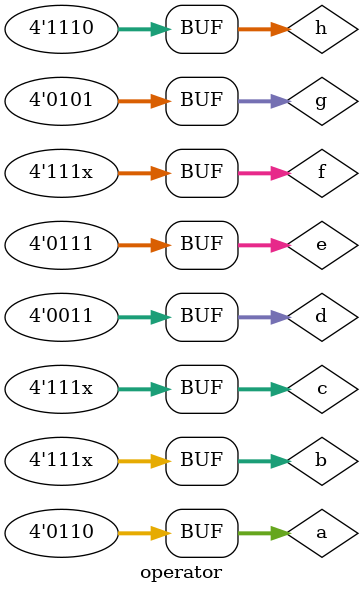
<source format=sv>
module operator();
  reg signed [3:0] a,b,c,d,e,f,g,h;
  
  
  initial 
    
    begin 
  
      a=4'b0110;
      b=4'b111x;
      c=4'b111x;
      d=4'b0011;
      e=4'b0111;
      
      f=(~a)&b|c ;
      
      g = a^d;
      
      h = a~^e;
      
      
      $monitor("a=%b,b=%b,c=%b,d=%b,e=%b,f=%b,g=%b,h=%b",a,b,c,d,e,f,g,h);
    
    end
  
     initial
       begin 
       
         $dumpfile("dump.vcd");
         $dumpvars();
       end 
endmodule



</source>
